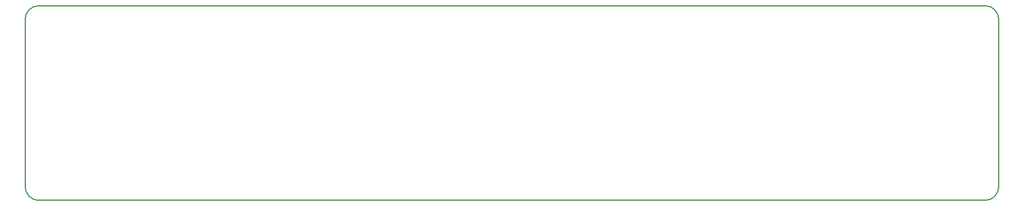
<source format=gko>
G04*
G04 #@! TF.GenerationSoftware,Altium Limited,Altium Designer,18.1.9 (240)*
G04*
G04 Layer_Color=16711935*
%FSAX25Y25*%
%MOIN*%
G70*
G01*
G75*
%ADD11C,0.00787*%
D11*
X0687332Y0272525D02*
G03*
X0695206Y0280399I0000000J0007874D01*
G01*
Y0375281D02*
G03*
X0687332Y0383155I-0007874J0000000D01*
G01*
X0151899D02*
G03*
X0144025Y0375281I0000000J-0007874D01*
G01*
Y0280399D02*
G03*
X0151899Y0272525I0007874J0000000D01*
G01*
X0687332D01*
X0695206Y0280399D02*
X0695206D01*
X0695206D02*
Y0375281D01*
X0695206D01*
X0151899Y0383155D02*
X0687332D01*
X0144025Y0375281D02*
X0144025D01*
Y0280399D02*
Y0375281D01*
X0144025Y0280399D02*
X0144025D01*
M02*

</source>
